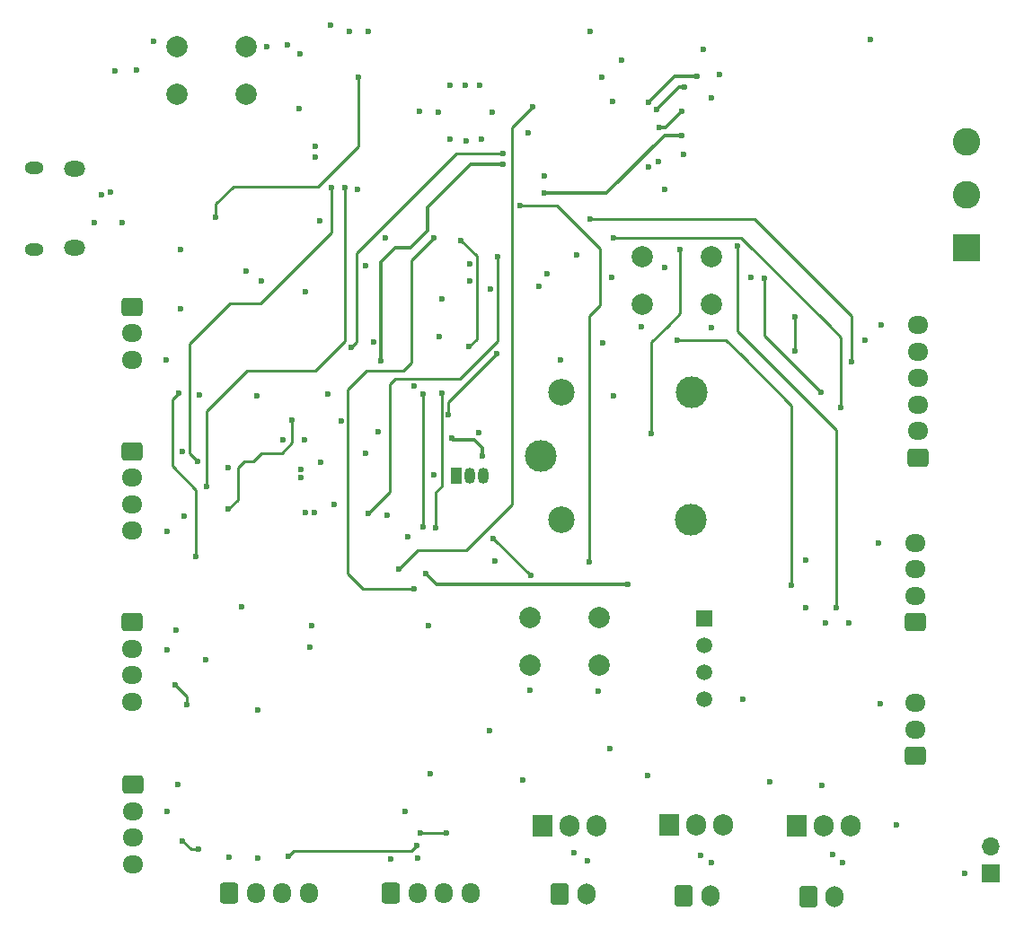
<source format=gbr>
%TF.GenerationSoftware,KiCad,Pcbnew,8.0.7*%
%TF.CreationDate,2025-02-15T14:18:58+03:00*%
%TF.ProjectId,IoT Edge Device V1,496f5420-4564-4676-9520-446576696365,rev?*%
%TF.SameCoordinates,Original*%
%TF.FileFunction,Copper,L4,Bot*%
%TF.FilePolarity,Positive*%
%FSLAX46Y46*%
G04 Gerber Fmt 4.6, Leading zero omitted, Abs format (unit mm)*
G04 Created by KiCad (PCBNEW 8.0.7) date 2025-02-15 14:18:58*
%MOMM*%
%LPD*%
G01*
G04 APERTURE LIST*
G04 Aperture macros list*
%AMRoundRect*
0 Rectangle with rounded corners*
0 $1 Rounding radius*
0 $2 $3 $4 $5 $6 $7 $8 $9 X,Y pos of 4 corners*
0 Add a 4 corners polygon primitive as box body*
4,1,4,$2,$3,$4,$5,$6,$7,$8,$9,$2,$3,0*
0 Add four circle primitives for the rounded corners*
1,1,$1+$1,$2,$3*
1,1,$1+$1,$4,$5*
1,1,$1+$1,$6,$7*
1,1,$1+$1,$8,$9*
0 Add four rect primitives between the rounded corners*
20,1,$1+$1,$2,$3,$4,$5,0*
20,1,$1+$1,$4,$5,$6,$7,0*
20,1,$1+$1,$6,$7,$8,$9,0*
20,1,$1+$1,$8,$9,$2,$3,0*%
G04 Aperture macros list end*
%TA.AperFunction,ComponentPad*%
%ADD10RoundRect,0.250000X0.725000X-0.600000X0.725000X0.600000X-0.725000X0.600000X-0.725000X-0.600000X0*%
%TD*%
%TA.AperFunction,ComponentPad*%
%ADD11O,1.950000X1.700000*%
%TD*%
%TA.AperFunction,ComponentPad*%
%ADD12R,1.050000X1.500000*%
%TD*%
%TA.AperFunction,ComponentPad*%
%ADD13O,1.050000X1.500000*%
%TD*%
%TA.AperFunction,ComponentPad*%
%ADD14R,2.600000X2.600000*%
%TD*%
%TA.AperFunction,ComponentPad*%
%ADD15C,2.600000*%
%TD*%
%TA.AperFunction,ComponentPad*%
%ADD16O,1.800000X1.150000*%
%TD*%
%TA.AperFunction,ComponentPad*%
%ADD17O,2.000000X1.450000*%
%TD*%
%TA.AperFunction,ComponentPad*%
%ADD18RoundRect,0.250000X-0.600000X-0.750000X0.600000X-0.750000X0.600000X0.750000X-0.600000X0.750000X0*%
%TD*%
%TA.AperFunction,ComponentPad*%
%ADD19O,1.700000X2.000000*%
%TD*%
%TA.AperFunction,ComponentPad*%
%ADD20C,2.000000*%
%TD*%
%TA.AperFunction,ComponentPad*%
%ADD21R,1.905000X2.000000*%
%TD*%
%TA.AperFunction,ComponentPad*%
%ADD22O,1.905000X2.000000*%
%TD*%
%TA.AperFunction,ComponentPad*%
%ADD23RoundRect,0.250000X-0.725000X0.600000X-0.725000X-0.600000X0.725000X-0.600000X0.725000X0.600000X0*%
%TD*%
%TA.AperFunction,ComponentPad*%
%ADD24C,3.000000*%
%TD*%
%TA.AperFunction,ComponentPad*%
%ADD25C,2.500000*%
%TD*%
%TA.AperFunction,ComponentPad*%
%ADD26RoundRect,0.250000X-0.600000X-0.725000X0.600000X-0.725000X0.600000X0.725000X-0.600000X0.725000X0*%
%TD*%
%TA.AperFunction,ComponentPad*%
%ADD27O,1.700000X1.950000*%
%TD*%
%TA.AperFunction,ComponentPad*%
%ADD28R,1.700000X1.700000*%
%TD*%
%TA.AperFunction,ComponentPad*%
%ADD29O,1.700000X1.700000*%
%TD*%
%TA.AperFunction,ComponentPad*%
%ADD30R,1.500000X1.500000*%
%TD*%
%TA.AperFunction,ComponentPad*%
%ADD31C,1.500000*%
%TD*%
%TA.AperFunction,ViaPad*%
%ADD32C,0.600000*%
%TD*%
%TA.AperFunction,Conductor*%
%ADD33C,0.300000*%
%TD*%
%TA.AperFunction,Conductor*%
%ADD34C,0.250000*%
%TD*%
G04 APERTURE END LIST*
D10*
%TO.P,J7,1,Pin_1*%
%TO.N,+3.3VREG*%
X179832000Y-103338000D03*
D11*
%TO.P,J7,2,Pin_2*%
%TO.N,TXD1*%
X179832000Y-100838000D03*
%TO.P,J7,3,Pin_3*%
%TO.N,RXD1*%
X179832000Y-98338000D03*
%TO.P,J7,4,Pin_4*%
%TO.N,GND*%
X179832000Y-95838000D03*
%TD*%
D12*
%TO.P,Q1,1,E*%
%TO.N,GND*%
X136614000Y-89534000D03*
D13*
%TO.P,Q1,2,B*%
%TO.N,Net-(Q1-B)*%
X137884000Y-89534000D03*
%TO.P,Q1,3,C*%
%TO.N,Net-(D14-A)*%
X139154000Y-89534000D03*
%TD*%
D14*
%TO.P,J16,1,Pin_1*%
%TO.N,/NC*%
X184709000Y-67992000D03*
D15*
%TO.P,J16,2,Pin_2*%
%TO.N,/NO*%
X184709000Y-62992000D03*
%TO.P,J16,3,Pin_3*%
%TO.N,/COM*%
X184709000Y-57992000D03*
%TD*%
D16*
%TO.P,J1,6,Shield*%
%TO.N,unconnected-(J1-Shield-Pad6)_3*%
X96775000Y-60460000D03*
D17*
%TO.N,unconnected-(J1-Shield-Pad6)_2*%
X100575000Y-60610000D03*
%TO.N,unconnected-(J1-Shield-Pad6)*%
X100575000Y-68060000D03*
D16*
%TO.N,unconnected-(J1-Shield-Pad6)_1*%
X96775000Y-68210000D03*
%TD*%
D18*
%TO.P,J13,1,Pin_1*%
%TO.N,Net-(J13-Pin_1)*%
X169746000Y-129195000D03*
D19*
%TO.P,J13,2,Pin_2*%
%TO.N,GND*%
X172246000Y-129195000D03*
%TD*%
D18*
%TO.P,J11,1,Pin_1*%
%TO.N,Net-(J11-Pin_1)*%
X146324000Y-129011000D03*
D19*
%TO.P,J11,2,Pin_2*%
%TO.N,GND*%
X148824000Y-129011000D03*
%TD*%
D20*
%TO.P,SW1,1,1*%
%TO.N,GND*%
X160603000Y-73370000D03*
X154103000Y-73370000D03*
%TO.P,SW1,2,2*%
%TO.N,BOOT*%
X160603000Y-68870000D03*
X154103000Y-68870000D03*
%TD*%
D10*
%TO.P,J2,1,Pin_1*%
%TO.N,+3.3VREG*%
X180086000Y-87804000D03*
D11*
%TO.P,J2,2,Pin_2*%
%TO.N,CS*%
X180086000Y-85304000D03*
%TO.P,J2,3,Pin_3*%
%TO.N,SCLK*%
X180086000Y-82804000D03*
%TO.P,J2,4,Pin_4*%
%TO.N,MOSI*%
X180086000Y-80304000D03*
%TO.P,J2,5,Pin_5*%
%TO.N,MISO*%
X180086000Y-77804000D03*
%TO.P,J2,6,Pin_6*%
%TO.N,GND*%
X180086000Y-75304000D03*
%TD*%
D21*
%TO.P,U4,1,VI*%
%TO.N,Net-(J13-Pin_1)*%
X168656000Y-122555000D03*
D22*
%TO.P,U4,2,GND*%
%TO.N,GND*%
X171196000Y-122555000D03*
%TO.P,U4,3,VO*%
%TO.N,Net-(U4-VO)*%
X173736000Y-122555000D03*
%TD*%
D23*
%TO.P,J8,1,Pin_1*%
%TO.N,+3.3VREG*%
X106066000Y-118678000D03*
D11*
%TO.P,J8,2,Pin_2*%
%TO.N,GND*%
X106066000Y-121178000D03*
%TO.P,J8,3,Pin_3*%
%TO.N,SDA*%
X106066000Y-123678000D03*
%TO.P,J8,4,Pin_4*%
%TO.N,SCL*%
X106066000Y-126178000D03*
%TD*%
D24*
%TO.P,K1,1*%
%TO.N,/COM*%
X144535000Y-87630000D03*
D25*
%TO.P,K1,2*%
%TO.N,Net-(D14-A)*%
X146485000Y-93680000D03*
D24*
%TO.P,K1,3*%
%TO.N,/NO*%
X158685000Y-93680000D03*
%TO.P,K1,4*%
%TO.N,/NC*%
X158735000Y-81630000D03*
D25*
%TO.P,K1,5*%
%TO.N,VOUT_IP*%
X146485000Y-81680000D03*
%TD*%
D20*
%TO.P,SW2,1,1*%
%TO.N,GND*%
X110287500Y-49033500D03*
X116787500Y-49033500D03*
%TO.P,SW2,2,2*%
%TO.N,CHIP_PU*%
X110287500Y-53533500D03*
X116787500Y-53533500D03*
%TD*%
D23*
%TO.P,J4,1,Pin_1*%
%TO.N,+3.3VREG*%
X105999500Y-87212500D03*
D11*
%TO.P,J4,2,Pin_2*%
%TO.N,TXD2*%
X105999500Y-89712500D03*
%TO.P,J4,3,Pin_3*%
%TO.N,RXD2*%
X105999500Y-92212500D03*
%TO.P,J4,4,Pin_4*%
%TO.N,GND*%
X105999500Y-94712500D03*
%TD*%
D21*
%TO.P,U2,1,VI*%
%TO.N,Net-(J11-Pin_1)*%
X144729000Y-122528000D03*
D22*
%TO.P,U2,2,GND*%
%TO.N,GND*%
X147269000Y-122528000D03*
%TO.P,U2,3,VO*%
%TO.N,Net-(U2-VO)*%
X149809000Y-122528000D03*
%TD*%
D10*
%TO.P,J6,1,Pin_1*%
%TO.N,+3.3VREG*%
X179864000Y-115970000D03*
D11*
%TO.P,J6,2,Pin_2*%
%TO.N,ADC1*%
X179864000Y-113470000D03*
%TO.P,J6,3,Pin_3*%
%TO.N,GND*%
X179864000Y-110970000D03*
%TD*%
D21*
%TO.P,U3,1,VI*%
%TO.N,Net-(J12-Pin_1)*%
X156658000Y-122469000D03*
D22*
%TO.P,U3,2,GND*%
%TO.N,GND*%
X159198000Y-122469000D03*
%TO.P,U3,3,VO*%
%TO.N,Net-(U3-VO)*%
X161738000Y-122469000D03*
%TD*%
D18*
%TO.P,J12,1,Pin_1*%
%TO.N,Net-(J12-Pin_1)*%
X158028000Y-129159000D03*
D19*
%TO.P,J12,2,Pin_2*%
%TO.N,GND*%
X160528000Y-129159000D03*
%TD*%
D23*
%TO.P,J10,1,Pin_1*%
%TO.N,+3.3VREG*%
X106049500Y-73587500D03*
D11*
%TO.P,J10,2,Pin_2*%
%TO.N,ADC2*%
X106049500Y-76087500D03*
%TO.P,J10,3,Pin_3*%
%TO.N,GND*%
X106049500Y-78587500D03*
%TD*%
D26*
%TO.P,J5,1,Pin_1*%
%TO.N,+3.3VREG*%
X115182000Y-128905000D03*
D27*
%TO.P,J5,2,Pin_2*%
%TO.N,GND*%
X117682000Y-128905000D03*
%TO.P,J5,3,Pin_3*%
%TO.N,SDA*%
X120182000Y-128905000D03*
%TO.P,J5,4,Pin_4*%
%TO.N,SCL*%
X122682000Y-128905000D03*
%TD*%
D28*
%TO.P,J14,1,Pin_1*%
%TO.N,GND*%
X186944000Y-127000000D03*
D29*
%TO.P,J14,2,Pin_2*%
%TO.N,BAT*%
X186944000Y-124460000D03*
%TD*%
D23*
%TO.P,J3,1,Pin_1*%
%TO.N,+3.3VREG*%
X106049500Y-103362500D03*
D11*
%TO.P,J3,2,Pin_2*%
%TO.N,GND*%
X106049500Y-105862500D03*
%TO.P,J3,3,Pin_3*%
%TO.N,SDA*%
X106049500Y-108362500D03*
%TO.P,J3,4,Pin_4*%
%TO.N,SCL*%
X106049500Y-110862500D03*
%TD*%
D26*
%TO.P,J9,1,Pin_1*%
%TO.N,+3.3VREG*%
X130422000Y-128905000D03*
D27*
%TO.P,J9,2,Pin_2*%
%TO.N,GND*%
X132922000Y-128905000D03*
%TO.P,J9,3,Pin_3*%
%TO.N,SDA*%
X135422000Y-128905000D03*
%TO.P,J9,4,Pin_4*%
%TO.N,SCL*%
X137922000Y-128905000D03*
%TD*%
D20*
%TO.P,SW3,1,1*%
%TO.N,Net-(R9-Pad2)*%
X143562000Y-102906000D03*
X150062000Y-102906000D03*
%TO.P,SW3,2,2*%
%TO.N,GND*%
X143562000Y-107406000D03*
X150062000Y-107406000D03*
%TD*%
D30*
%TO.P,U7,1,VDD*%
%TO.N,+3.3VREG*%
X159990500Y-102967500D03*
D31*
%TO.P,U7,2,DATA*%
%TO.N,DHT_DATA*%
X159990500Y-105507500D03*
%TO.P,U7,3,NC*%
%TO.N,unconnected-(U7-NC-Pad3)*%
X159990500Y-108047500D03*
%TO.P,U7,4,GND*%
%TO.N,GND*%
X159990500Y-110587500D03*
%TD*%
D32*
%TO.N,+3.3VREG*%
X159900000Y-49325000D03*
X151250000Y-70825000D03*
X106450000Y-51250000D03*
X139725000Y-113575000D03*
X112950000Y-106900000D03*
X115200000Y-125475000D03*
X160650000Y-53900000D03*
X110625000Y-73750000D03*
X131775000Y-121175000D03*
X151375000Y-81975000D03*
X173625000Y-103375000D03*
X169525000Y-102000000D03*
X112350000Y-81900000D03*
X110575000Y-68200000D03*
X129225000Y-85350000D03*
X117800000Y-82025000D03*
X110750000Y-87250000D03*
X110175000Y-104100000D03*
X121875000Y-49750000D03*
X169525000Y-97475000D03*
X116350000Y-101850000D03*
X110975000Y-93375000D03*
X171425000Y-103400000D03*
X130425000Y-125650000D03*
X110325000Y-118675000D03*
%TO.N,GND*%
X139954000Y-55245000D03*
X121920000Y-89662000D03*
X134874000Y-55245000D03*
X104394000Y-51308000D03*
X134493000Y-89408000D03*
X128270000Y-47625000D03*
X108077000Y-48514000D03*
X159639000Y-125349000D03*
X160655000Y-125984000D03*
X134948000Y-76394000D03*
X136017000Y-52705000D03*
X122400000Y-93000000D03*
X120650000Y-48895000D03*
X120269000Y-86106000D03*
X123200000Y-93000000D03*
X184531000Y-127000000D03*
X149987000Y-109855000D03*
X126492000Y-47625000D03*
X124482000Y-81820000D03*
X123317000Y-59436000D03*
X135202000Y-72838000D03*
X122809000Y-105664000D03*
X139774000Y-71949000D03*
X102489000Y-65659000D03*
X171069000Y-118745000D03*
X145161000Y-70485000D03*
X118184000Y-71187000D03*
X109347000Y-121158000D03*
X124714000Y-46990000D03*
X134112000Y-117602000D03*
X136017000Y-57785000D03*
X138811000Y-52705000D03*
X122375000Y-72203000D03*
X109347000Y-94742000D03*
X117856000Y-125603000D03*
X138684000Y-85471000D03*
X149225000Y-47625000D03*
X172974000Y-125984000D03*
X166116000Y-118364000D03*
X137414000Y-52705000D03*
X154051000Y-75438000D03*
X104013000Y-62738000D03*
X172085000Y-125222000D03*
X137869000Y-71187000D03*
X142875000Y-118237000D03*
X122936000Y-103632000D03*
X123317000Y-58420000D03*
X121793000Y-54864000D03*
X122301000Y-86106000D03*
X109347000Y-105918000D03*
X125730000Y-84328000D03*
X137541000Y-57912000D03*
X176657000Y-75311000D03*
X132969000Y-125603000D03*
X121920000Y-88900000D03*
X163576000Y-110617000D03*
X160655000Y-75565000D03*
X125095000Y-92202000D03*
X164338000Y-70838000D03*
X161417000Y-51689000D03*
X118745000Y-49022000D03*
X154629000Y-117790000D03*
X147701000Y-125095000D03*
X128775000Y-76925000D03*
X176530000Y-110998000D03*
X109220000Y-78613000D03*
X176403000Y-95885000D03*
X133985000Y-103632000D03*
X175641000Y-48387000D03*
X143510000Y-109728000D03*
X148971000Y-125857000D03*
X138938000Y-57785000D03*
%TO.N,5VUSB*%
X115062000Y-88773000D03*
X123825000Y-88265000D03*
X103124000Y-62992000D03*
X105100000Y-65650000D03*
%TO.N,VIN_IP*%
X128025000Y-87400000D03*
X131975000Y-95300000D03*
X151025000Y-115225000D03*
X128050000Y-69700000D03*
%TO.N,VOUT_IP*%
X146450000Y-78625000D03*
X137825000Y-69525000D03*
%TO.N,BAT*%
X150375000Y-76975000D03*
X178054000Y-122428000D03*
%TO.N,Net-(D14-A)*%
X139065000Y-87630000D03*
X136144000Y-85979000D03*
%TO.N,SCLK*%
X165608000Y-70925000D03*
X144907000Y-61214000D03*
X170942000Y-81661000D03*
%TO.N,MISO*%
X147955000Y-68707000D03*
X175133000Y-76708000D03*
%TO.N,MOSI*%
X173863000Y-78740000D03*
X149225000Y-65278000D03*
%TO.N,CS*%
X151376880Y-67063120D03*
X172847000Y-83058000D03*
%TO.N,SDA*%
X141025000Y-60175000D03*
X132850000Y-124450000D03*
X129450000Y-78675000D03*
X111175000Y-111075000D03*
X112325000Y-124750000D03*
X121107058Y-84257058D03*
X110775000Y-123950000D03*
X110050000Y-109225000D03*
X120775000Y-125450000D03*
X115100000Y-92700000D03*
%TO.N,SCL*%
X110450000Y-81700000D03*
X112050000Y-97175000D03*
X133200000Y-123200000D03*
X135675000Y-123200000D03*
X140975000Y-59150000D03*
X126700000Y-77400000D03*
%TO.N,TXD2*%
X112200000Y-88200000D03*
X124841000Y-62357000D03*
%TO.N,RXD2*%
X126111000Y-62357000D03*
X113030000Y-90551000D03*
%TO.N,ADC1*%
X158000000Y-59200000D03*
X163075000Y-67850000D03*
X172375000Y-101950000D03*
X152125000Y-50350000D03*
%TO.N,TXD1*%
X156250000Y-69925000D03*
X154700000Y-60400000D03*
X168200000Y-99825000D03*
X157375000Y-76700000D03*
X156250000Y-62500000D03*
X150300000Y-51975000D03*
%TO.N,RXD1*%
X155625000Y-59925000D03*
X157700000Y-68175000D03*
X154950000Y-85525000D03*
X151300000Y-54200000D03*
%TO.N,ADC2*%
X127381000Y-51943000D03*
X113919000Y-65151000D03*
%TO.N,MOSI_SD*%
X155702000Y-56642000D03*
X157861000Y-55118000D03*
%TO.N,SCLK_SD*%
X158115000Y-52832000D03*
X155448000Y-54991000D03*
%TO.N,CS_SD*%
X144907000Y-62865000D03*
X157861000Y-57404000D03*
%TO.N,MISO_SD*%
X159258000Y-51816000D03*
X154721000Y-54264000D03*
%TO.N,RELAY*%
X140375000Y-78050000D03*
X133100000Y-55150000D03*
X135850000Y-83750000D03*
%TO.N,/NO*%
X168529000Y-74549000D03*
X168529000Y-77724000D03*
%TO.N,Net-(R9-Pad2)*%
X143600000Y-98950000D03*
X140100000Y-95425000D03*
X132650000Y-81075000D03*
X134675000Y-94450000D03*
X135225000Y-81750000D03*
%TO.N,DHT_DATA*%
X127250000Y-62500000D03*
X152750000Y-99750000D03*
X133750000Y-98750000D03*
X123750000Y-65500000D03*
X116750000Y-70250000D03*
%TO.N,IRQ1*%
X117856000Y-111633000D03*
X129921000Y-67056000D03*
%TO.N,IRQ3*%
X131191000Y-98298000D03*
X143764000Y-54737000D03*
%TO.N,IRQ2*%
X143383000Y-57150000D03*
X130048000Y-93218000D03*
%TO.N,RESET*%
X140462000Y-68834000D03*
X128270000Y-93091000D03*
%TO.N,MISO_LORA*%
X144399000Y-71628000D03*
X140208000Y-97536000D03*
%TO.N,CS_LORA*%
X132588000Y-100203000D03*
X134493000Y-67056000D03*
%TO.N,SCLK_LORA*%
X142621000Y-64008000D03*
X149098000Y-97663000D03*
%TO.N,MOSI_LORA*%
X137795000Y-77343000D03*
X133477000Y-94361000D03*
X137033000Y-67310000D03*
X133477000Y-81788000D03*
%TD*%
D33*
%TO.N,Net-(D14-A)*%
X139065000Y-86868000D02*
X139065000Y-87630000D01*
X136286000Y-86121000D02*
X138318000Y-86121000D01*
X136144000Y-85979000D02*
X136286000Y-86121000D01*
X138318000Y-86121000D02*
X139065000Y-86868000D01*
D34*
%TO.N,SCLK*%
X165608000Y-70925000D02*
X165608000Y-76327000D01*
X165608000Y-76327000D02*
X170942000Y-81661000D01*
%TO.N,MOSI*%
X149225000Y-65278000D02*
X164719000Y-65278000D01*
X164719000Y-65278000D02*
X173609000Y-74168000D01*
X173863000Y-74422000D02*
X173863000Y-78740000D01*
X173609000Y-74168000D02*
X173863000Y-74422000D01*
%TO.N,CS*%
X172847000Y-76454000D02*
X172847000Y-83058000D01*
X163456120Y-67063120D02*
X171704000Y-75311000D01*
X171704000Y-75311000D02*
X172847000Y-76454000D01*
X151376880Y-67063120D02*
X163456120Y-67063120D01*
%TO.N,SDA*%
X117450000Y-88200000D02*
X118250000Y-87400000D01*
X120775000Y-125450000D02*
X121300000Y-124925000D01*
D33*
X137925000Y-60175000D02*
X141025000Y-60175000D01*
D34*
X121300000Y-124925000D02*
X132375000Y-124925000D01*
X116600000Y-88200000D02*
X117450000Y-88200000D01*
D33*
X129450000Y-69400000D02*
X130800000Y-68050000D01*
X129450000Y-78675000D02*
X129450000Y-69400000D01*
D34*
X120125000Y-87400000D02*
X121125000Y-86400000D01*
X121125000Y-84275000D02*
X121107058Y-84257058D01*
X115100000Y-92700000D02*
X116000000Y-91800000D01*
X121125000Y-86400000D02*
X121125000Y-84275000D01*
D33*
X133850000Y-64250000D02*
X137925000Y-60175000D01*
X132250000Y-68050000D02*
X133850000Y-66450000D01*
D34*
X132375000Y-124925000D02*
X132850000Y-124450000D01*
X111175000Y-110350000D02*
X110050000Y-109225000D01*
X116000000Y-88800000D02*
X116600000Y-88200000D01*
X111175000Y-111075000D02*
X111175000Y-110350000D01*
X111575000Y-124750000D02*
X110775000Y-123950000D01*
D33*
X130800000Y-68050000D02*
X132250000Y-68050000D01*
X133850000Y-66450000D02*
X133850000Y-64250000D01*
D34*
X116000000Y-91800000D02*
X116000000Y-88800000D01*
X112325000Y-124750000D02*
X111575000Y-124750000D01*
X118250000Y-87400000D02*
X120125000Y-87400000D01*
%TO.N,SCL*%
X136575000Y-59150000D02*
X140975000Y-59150000D01*
X109800000Y-88600000D02*
X109800000Y-82875000D01*
X127200000Y-68525000D02*
X136575000Y-59150000D01*
X133200000Y-123200000D02*
X135675000Y-123200000D01*
X109800000Y-82350000D02*
X110450000Y-81700000D01*
X112050000Y-97175000D02*
X112050000Y-92475000D01*
X126700000Y-77400000D02*
X127200000Y-76900000D01*
X127200000Y-76900000D02*
X127200000Y-68525000D01*
X112050000Y-90850000D02*
X109800000Y-88600000D01*
X112050000Y-92475000D02*
X112050000Y-90850000D01*
X109800000Y-82875000D02*
X109800000Y-82350000D01*
%TO.N,TXD2*%
X112200000Y-88200000D02*
X111425000Y-87425000D01*
X118110000Y-73279000D02*
X124841000Y-66548000D01*
X111425000Y-77100000D02*
X115246000Y-73279000D01*
X124841000Y-66548000D02*
X124841000Y-62357000D01*
X111425000Y-87425000D02*
X111425000Y-77100000D01*
X115246000Y-73279000D02*
X118110000Y-73279000D01*
%TO.N,RXD2*%
X126111000Y-62357000D02*
X126111000Y-76835000D01*
X123317000Y-79629000D02*
X116840000Y-79629000D01*
X116840000Y-79629000D02*
X113030000Y-83439000D01*
X126111000Y-76835000D02*
X123317000Y-79629000D01*
X113030000Y-83439000D02*
X113030000Y-90551000D01*
%TO.N,ADC1*%
X163075000Y-75925000D02*
X172375000Y-85225000D01*
X172375000Y-85225000D02*
X172375000Y-101950000D01*
X163075000Y-67850000D02*
X163075000Y-75925000D01*
%TO.N,TXD1*%
X168200000Y-82925000D02*
X163475000Y-78200000D01*
X168200000Y-99825000D02*
X168200000Y-82925000D01*
X163475000Y-78200000D02*
X161975000Y-76700000D01*
X161975000Y-76700000D02*
X157375000Y-76700000D01*
%TO.N,RXD1*%
X154950000Y-85525000D02*
X154950000Y-76950000D01*
X154950000Y-76950000D02*
X156550000Y-75350000D01*
X156550000Y-75350000D02*
X157700000Y-74200000D01*
X157700000Y-74200000D02*
X157700000Y-68175000D01*
%TO.N,ADC2*%
X113919000Y-63881000D02*
X115570000Y-62230000D01*
X123571000Y-62230000D02*
X127381000Y-58420000D01*
X127381000Y-58420000D02*
X127381000Y-51943000D01*
X113919000Y-65151000D02*
X113919000Y-63881000D01*
X115570000Y-62230000D02*
X123571000Y-62230000D01*
D33*
%TO.N,MOSI_SD*%
X155702000Y-56642000D02*
X156337000Y-56642000D01*
X156337000Y-56642000D02*
X157861000Y-55118000D01*
%TO.N,SCLK_SD*%
X155448000Y-54991000D02*
X157607000Y-52832000D01*
X157607000Y-52832000D02*
X158115000Y-52832000D01*
%TO.N,CS_SD*%
X156210000Y-57404000D02*
X157861000Y-57404000D01*
X144907000Y-62865000D02*
X150749000Y-62865000D01*
X150749000Y-62865000D02*
X156210000Y-57404000D01*
%TO.N,MISO_SD*%
X157169000Y-51816000D02*
X159258000Y-51816000D01*
X154721000Y-54264000D02*
X157169000Y-51816000D01*
D34*
%TO.N,RELAY*%
X135850000Y-82575000D02*
X140375000Y-78050000D01*
X135850000Y-83750000D02*
X135850000Y-82575000D01*
%TO.N,/NO*%
X168529000Y-77724000D02*
X168529000Y-74549000D01*
%TO.N,Net-(R9-Pad2)*%
X140100000Y-95450000D02*
X140100000Y-95425000D01*
X143600000Y-98950000D02*
X140100000Y-95450000D01*
X135225000Y-90525000D02*
X134675000Y-91075000D01*
X135225000Y-81750000D02*
X135225000Y-90525000D01*
X134675000Y-91075000D02*
X134675000Y-94450000D01*
D33*
%TO.N,DHT_DATA*%
X134750000Y-99750000D02*
X133750000Y-98750000D01*
X152750000Y-99750000D02*
X134750000Y-99750000D01*
D34*
%TO.N,IRQ3*%
X131191000Y-98298000D02*
X132969000Y-96520000D01*
X137541000Y-96520000D02*
X141859000Y-92202000D01*
X141859000Y-56642000D02*
X143764000Y-54737000D01*
X132969000Y-96520000D02*
X137541000Y-96520000D01*
X141859000Y-92202000D02*
X141859000Y-56642000D01*
%TO.N,RESET*%
X130302000Y-91059000D02*
X130302000Y-80899000D01*
X128270000Y-93091000D02*
X130302000Y-91059000D01*
X140462000Y-76835000D02*
X140462000Y-68834000D01*
X130302000Y-80899000D02*
X130810000Y-80391000D01*
X130810000Y-80391000D02*
X136906000Y-80391000D01*
X136906000Y-80391000D02*
X140462000Y-76835000D01*
%TO.N,CS_LORA*%
X127762000Y-100203000D02*
X126355000Y-98796000D01*
X132588000Y-100203000D02*
X127762000Y-100203000D01*
X132334000Y-78867000D02*
X132334000Y-69215000D01*
X132334000Y-69215000D02*
X134493000Y-67056000D01*
X126355000Y-81417000D02*
X128143000Y-79629000D01*
X126355000Y-98796000D02*
X126355000Y-81417000D01*
X128143000Y-79629000D02*
X131572000Y-79629000D01*
X131572000Y-79629000D02*
X132334000Y-78867000D01*
%TO.N,SCLK_LORA*%
X150114000Y-68072000D02*
X146050000Y-64008000D01*
X146050000Y-64008000D02*
X142621000Y-64008000D01*
X150114000Y-73406000D02*
X150114000Y-68072000D01*
X149098000Y-74422000D02*
X150114000Y-73406000D01*
X149098000Y-97663000D02*
X149098000Y-74422000D01*
%TO.N,MOSI_LORA*%
X138494000Y-68771000D02*
X137033000Y-67310000D01*
X137795000Y-77343000D02*
X138494000Y-76644000D01*
X138494000Y-76644000D02*
X138494000Y-68771000D01*
X133477000Y-94361000D02*
X133477000Y-81788000D01*
%TD*%
M02*

</source>
